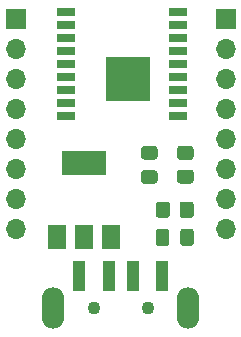
<source format=gbr>
%TF.GenerationSoftware,KiCad,Pcbnew,(5.1.10)-1*%
%TF.CreationDate,2021-07-31T00:05:09+08:00*%
%TF.ProjectId,ESP_Keychain,4553505f-4b65-4796-9368-61696e2e6b69,rev?*%
%TF.SameCoordinates,Original*%
%TF.FileFunction,Soldermask,Top*%
%TF.FilePolarity,Negative*%
%FSLAX46Y46*%
G04 Gerber Fmt 4.6, Leading zero omitted, Abs format (unit mm)*
G04 Created by KiCad (PCBNEW (5.1.10)-1) date 2021-07-31 00:05:09*
%MOMM*%
%LPD*%
G01*
G04 APERTURE LIST*
%ADD10R,1.500000X2.000000*%
%ADD11R,3.800000X2.000000*%
%ADD12R,3.700000X3.700000*%
%ADD13R,1.590000X0.770000*%
%ADD14O,1.700000X1.700000*%
%ADD15R,1.700000X1.700000*%
%ADD16C,1.100000*%
%ADD17O,1.900000X3.500000*%
%ADD18R,1.100000X2.500000*%
G04 APERTURE END LIST*
%TO.C,R4*%
G36*
G01*
X115500999Y-76600000D02*
X116401001Y-76600000D01*
G75*
G02*
X116651000Y-76849999I0J-249999D01*
G01*
X116651000Y-77550001D01*
G75*
G02*
X116401001Y-77800000I-249999J0D01*
G01*
X115500999Y-77800000D01*
G75*
G02*
X115251000Y-77550001I0J249999D01*
G01*
X115251000Y-76849999D01*
G75*
G02*
X115500999Y-76600000I249999J0D01*
G01*
G37*
G36*
G01*
X115500999Y-74600000D02*
X116401001Y-74600000D01*
G75*
G02*
X116651000Y-74849999I0J-249999D01*
G01*
X116651000Y-75550001D01*
G75*
G02*
X116401001Y-75800000I-249999J0D01*
G01*
X115500999Y-75800000D01*
G75*
G02*
X115251000Y-75550001I0J249999D01*
G01*
X115251000Y-74849999D01*
G75*
G02*
X115500999Y-74600000I249999J0D01*
G01*
G37*
%TD*%
%TO.C,D1*%
G36*
G01*
X113353001Y-75759000D02*
X112452999Y-75759000D01*
G75*
G02*
X112203000Y-75509001I0J249999D01*
G01*
X112203000Y-74858999D01*
G75*
G02*
X112452999Y-74609000I249999J0D01*
G01*
X113353001Y-74609000D01*
G75*
G02*
X113603000Y-74858999I0J-249999D01*
G01*
X113603000Y-75509001D01*
G75*
G02*
X113353001Y-75759000I-249999J0D01*
G01*
G37*
G36*
G01*
X113353001Y-77809000D02*
X112452999Y-77809000D01*
G75*
G02*
X112203000Y-77559001I0J249999D01*
G01*
X112203000Y-76908999D01*
G75*
G02*
X112452999Y-76659000I249999J0D01*
G01*
X113353001Y-76659000D01*
G75*
G02*
X113603000Y-76908999I0J-249999D01*
G01*
X113603000Y-77559001D01*
G75*
G02*
X113353001Y-77809000I-249999J0D01*
G01*
G37*
%TD*%
D10*
%TO.C,U3*%
X105091200Y-82347200D03*
X109691200Y-82347200D03*
X107391200Y-82347200D03*
D11*
X107391200Y-76047200D03*
%TD*%
D12*
%TO.C,U1*%
X111091600Y-68915600D03*
D13*
X115301600Y-63265600D03*
X115301600Y-64365600D03*
X115301600Y-65465600D03*
X115301600Y-66565600D03*
X115301600Y-67665600D03*
X115301600Y-68765600D03*
X115301600Y-69865600D03*
X115301600Y-70965600D03*
X115301600Y-72065600D03*
X105881600Y-72065600D03*
X105881600Y-70965600D03*
X105881600Y-69865600D03*
X105881600Y-68765600D03*
X105881600Y-67665600D03*
X105881600Y-66565600D03*
X105881600Y-65465600D03*
X105881600Y-64365600D03*
X105881600Y-63265600D03*
%TD*%
%TO.C,R3*%
G36*
G01*
X114662000Y-79559999D02*
X114662000Y-80460001D01*
G75*
G02*
X114412001Y-80710000I-249999J0D01*
G01*
X113711999Y-80710000D01*
G75*
G02*
X113462000Y-80460001I0J249999D01*
G01*
X113462000Y-79559999D01*
G75*
G02*
X113711999Y-79310000I249999J0D01*
G01*
X114412001Y-79310000D01*
G75*
G02*
X114662000Y-79559999I0J-249999D01*
G01*
G37*
G36*
G01*
X116662000Y-79559999D02*
X116662000Y-80460001D01*
G75*
G02*
X116412001Y-80710000I-249999J0D01*
G01*
X115711999Y-80710000D01*
G75*
G02*
X115462000Y-80460001I0J249999D01*
G01*
X115462000Y-79559999D01*
G75*
G02*
X115711999Y-79310000I249999J0D01*
G01*
X116412001Y-79310000D01*
G75*
G02*
X116662000Y-79559999I0J-249999D01*
G01*
G37*
%TD*%
D14*
%TO.C,J3*%
X119380000Y-81635600D03*
X119380000Y-79095600D03*
X119380000Y-76555600D03*
X119380000Y-74015600D03*
X119380000Y-71475600D03*
X119380000Y-68935600D03*
X119380000Y-66395600D03*
D15*
X119380000Y-63855600D03*
%TD*%
D14*
%TO.C,J2*%
X101600000Y-81635600D03*
X101600000Y-79095600D03*
X101600000Y-76555600D03*
X101600000Y-74015600D03*
X101600000Y-71475600D03*
X101600000Y-68935600D03*
X101600000Y-66395600D03*
D15*
X101600000Y-63855600D03*
%TD*%
D16*
%TO.C,J1*%
X108190000Y-88350000D03*
X112790000Y-88350000D03*
D17*
X104790000Y-88350000D03*
X116190000Y-88350000D03*
D18*
X106990000Y-85600000D03*
X113990000Y-85600000D03*
X109490000Y-85600000D03*
X111490000Y-85600000D03*
%TD*%
%TO.C,C1*%
G36*
G01*
X114612000Y-81871800D02*
X114612000Y-82821800D01*
G75*
G02*
X114362000Y-83071800I-250000J0D01*
G01*
X113687000Y-83071800D01*
G75*
G02*
X113437000Y-82821800I0J250000D01*
G01*
X113437000Y-81871800D01*
G75*
G02*
X113687000Y-81621800I250000J0D01*
G01*
X114362000Y-81621800D01*
G75*
G02*
X114612000Y-81871800I0J-250000D01*
G01*
G37*
G36*
G01*
X116687000Y-81871800D02*
X116687000Y-82821800D01*
G75*
G02*
X116437000Y-83071800I-250000J0D01*
G01*
X115762000Y-83071800D01*
G75*
G02*
X115512000Y-82821800I0J250000D01*
G01*
X115512000Y-81871800D01*
G75*
G02*
X115762000Y-81621800I250000J0D01*
G01*
X116437000Y-81621800D01*
G75*
G02*
X116687000Y-81871800I0J-250000D01*
G01*
G37*
%TD*%
M02*

</source>
